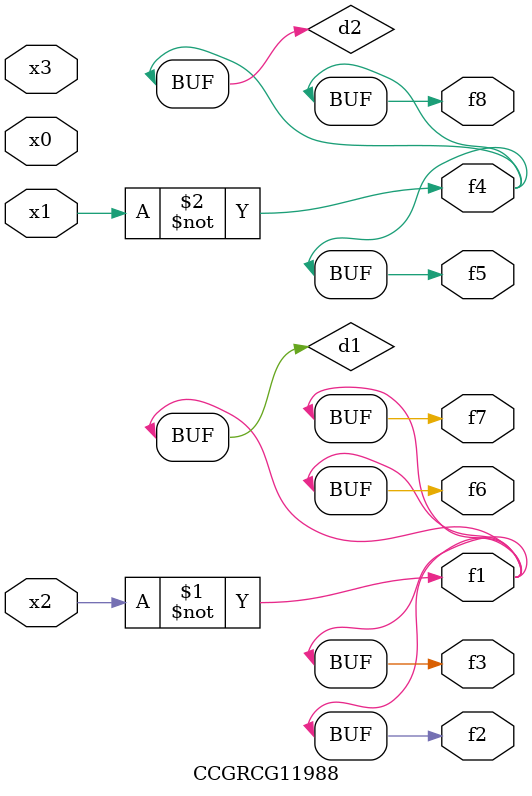
<source format=v>
module CCGRCG11988(
	input x0, x1, x2, x3,
	output f1, f2, f3, f4, f5, f6, f7, f8
);

	wire d1, d2;

	xnor (d1, x2);
	not (d2, x1);
	assign f1 = d1;
	assign f2 = d1;
	assign f3 = d1;
	assign f4 = d2;
	assign f5 = d2;
	assign f6 = d1;
	assign f7 = d1;
	assign f8 = d2;
endmodule

</source>
